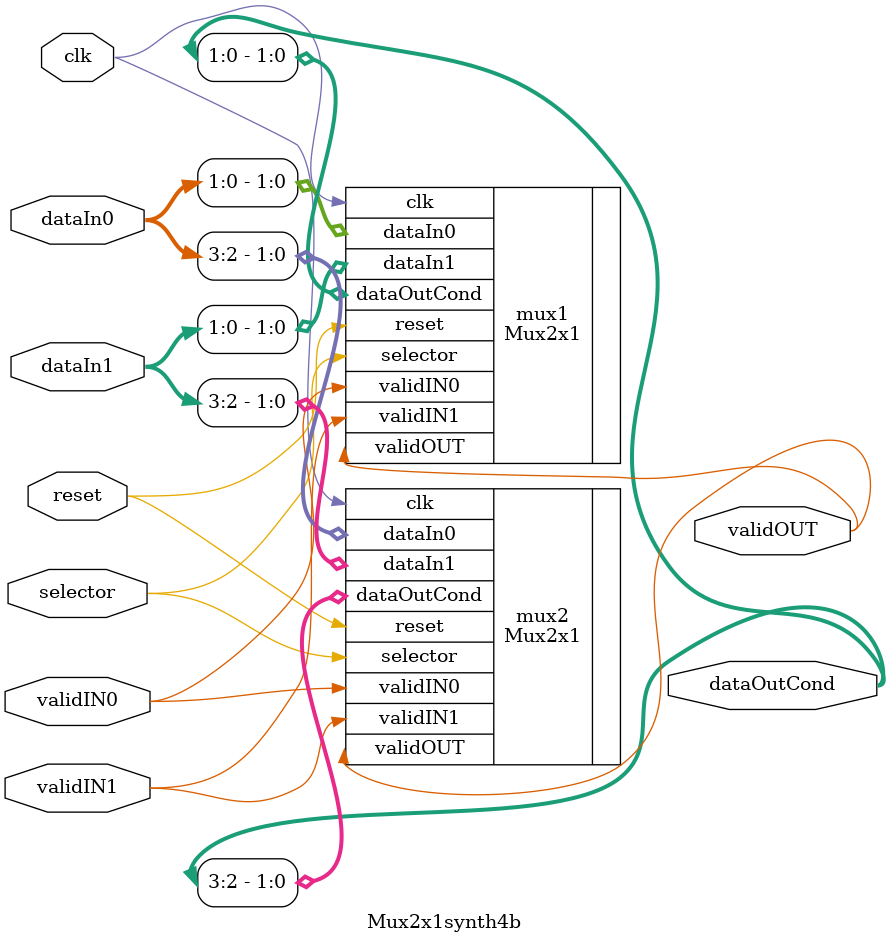
<source format=v>
/* Generated by Yosys 0.9 (git sha1 1979e0b) */

(* src = "Mux2x1.v:1" *)
module Mux2x1_synth(dataOutCond, validOUT, dataIn0, dataIn1, selector, clk, reset, validIN0, validIN1);
  (* src = "Mux2x1.v:28" *)
  wire [1:0] _00_;
  (* src = "Mux2x1.v:28" *)
  wire _01_;
  (* src = "Mux2x1.v:28" *)
  wire _02_;
  (* src = "Mux2x1.v:28" *)
  wire _03_;
  (* src = "Mux2x1.v:28" *)
  wire _04_;
  (* src = "Mux2x1.v:4" *)
  wire _05_;
  (* src = "Mux2x1.v:4" *)
  wire _06_;
  (* src = "Mux2x1.v:5" *)
  wire _07_;
  (* src = "Mux2x1.v:5" *)
  wire _08_;
  (* src = "Mux2x1.v:2" *)
  wire _09_;
  (* src = "Mux2x1.v:2" *)
  wire _10_;
  wire _11_;
  wire _12_;
  wire _13_;
  wire _14_;
  wire _15_;
  wire _16_;
  wire _17_;
  wire _18_;
  wire _19_;
  wire _20_;
  wire _21_;
  wire _22_;
  wire _23_;
  wire _24_;
  wire _25_;
  wire _26_;
  wire _27_;
  wire _28_;
  wire _29_;
  wire _30_;
  wire _31_;
  wire _32_;
  wire _33_;
  (* src = "Mux2x1.v:8" *)
  wire _34_;
  (* src = "Mux2x1.v:6" *)
  wire _35_;
  (* src = "Mux2x1.v:9" *)
  wire _36_;
  (* src = "Mux2x1.v:10" *)
  wire _37_;
  (* src = "Mux2x1.v:3" *)
  wire _38_;
  wire [1:0] _39_;
  (* src = "Mux2x1.v:7" *)
  input clk;
  (* src = "Mux2x1.v:4" *)
  input [1:0] dataIn0;
  (* src = "Mux2x1.v:5" *)
  input [1:0] dataIn1;
  (* src = "Mux2x1.v:2" *)
  output [1:0] dataOutCond;
  (* src = "Mux2x1.v:12" *)
  wire [1:0] out;
  (* src = "Mux2x1.v:8" *)
  input reset;
  (* src = "Mux2x1.v:6" *)
  input selector;
  (* src = "Mux2x1.v:9" *)
  input validIN0;
  (* src = "Mux2x1.v:10" *)
  input validIN1;
  (* src = "Mux2x1.v:3" *)
  output validOUT;
  (* src = "Mux2x1.v:13" *)
  wire validOutMux;
  NOT _40_ (
    .A(_09_),
    .Y(_11_)
  );
  NOT _41_ (
    .A(_10_),
    .Y(_12_)
  );
  NOT _42_ (
    .A(_36_),
    .Y(_13_)
  );
  NOT _43_ (
    .A(_35_),
    .Y(_14_)
  );
  NAND _44_ (
    .A(_37_),
    .B(_35_),
    .Y(_15_)
  );
  NOT _45_ (
    .A(_15_),
    .Y(_16_)
  );
  NOR _46_ (
    .A(_13_),
    .B(_35_),
    .Y(_17_)
  );
  NOR _47_ (
    .A(_16_),
    .B(_17_),
    .Y(_18_)
  );
  NAND _48_ (
    .A(_14_),
    .B(_05_),
    .Y(_19_)
  );
  NAND _49_ (
    .A(_35_),
    .B(_07_),
    .Y(_20_)
  );
  NAND _50_ (
    .A(_19_),
    .B(_20_),
    .Y(_21_)
  );
  NOR _51_ (
    .A(_18_),
    .B(_21_),
    .Y(_22_)
  );
  NAND _52_ (
    .A(_11_),
    .B(_18_),
    .Y(_23_)
  );
  NAND _53_ (
    .A(_34_),
    .B(_23_),
    .Y(_24_)
  );
  NOR _54_ (
    .A(_22_),
    .B(_24_),
    .Y(_02_)
  );
  NAND _55_ (
    .A(_14_),
    .B(_06_),
    .Y(_25_)
  );
  NAND _56_ (
    .A(_35_),
    .B(_08_),
    .Y(_26_)
  );
  NAND _57_ (
    .A(_25_),
    .B(_26_),
    .Y(_27_)
  );
  NOR _58_ (
    .A(_18_),
    .B(_27_),
    .Y(_28_)
  );
  NAND _59_ (
    .A(_12_),
    .B(_18_),
    .Y(_29_)
  );
  NAND _60_ (
    .A(_34_),
    .B(_29_),
    .Y(_30_)
  );
  NOR _61_ (
    .A(_28_),
    .B(_30_),
    .Y(_03_)
  );
  NOR _62_ (
    .A(_34_),
    .B(_38_),
    .Y(_31_)
  );
  NAND _63_ (
    .A(_34_),
    .B(_18_),
    .Y(_32_)
  );
  NOT _64_ (
    .A(_32_),
    .Y(_33_)
  );
  NOR _65_ (
    .A(_31_),
    .B(_33_),
    .Y(_04_)
  );
  (* src = "Mux2x1.v:28" *)
  DFF _66_ (
    .C(clk),
    .D(_00_[0]),
    .Q(dataOutCond[0])
  );
  (* src = "Mux2x1.v:28" *)
  DFF _67_ (
    .C(clk),
    .D(_00_[1]),
    .Q(dataOutCond[1])
  );
  (* src = "Mux2x1.v:28" *)
  DFF _68_ (
    .C(clk),
    .D(_01_),
    .Q(validOUT)
  );
  assign _09_ = dataOutCond[0];
  assign _10_ = dataOutCond[1];
  assign _34_ = reset;
  assign _00_[0] = _02_;
  assign _00_[1] = _03_;
  assign _36_ = validIN0;
  assign _37_ = validIN1;
  assign _35_ = selector;
  assign _05_ = dataIn0[0];
  assign _07_ = dataIn1[0];
  assign _06_ = dataIn0[1];
  assign _08_ = dataIn1[1];
  assign _38_ = validOUT;
  assign _01_ = _04_;
endmodule

(* top =  1  *)
(* src = "Mux2x1_4b.v:3" *)
module Mux2x1synth4b(dataOutCond, validOUT, dataIn0, dataIn1, selector, clk, reset, validIN0, validIN1);
  (* src = "Mux2x1_4b.v:9" *)
  input clk;
  (* src = "Mux2x1_4b.v:6" *)
  input [3:0] dataIn0;
  (* src = "Mux2x1_4b.v:7" *)
  input [3:0] dataIn1;
  (* src = "Mux2x1_4b.v:4" *)
  output [3:0] dataOutCond;
  (* src = "Mux2x1_4b.v:10" *)
  input reset;
  (* src = "Mux2x1_4b.v:8" *)
  input selector;
  (* src = "Mux2x1_4b.v:11" *)
  input validIN0;
  (* src = "Mux2x1_4b.v:12" *)
  input validIN1;
  (* src = "Mux2x1_4b.v:5" *)
  output validOUT;
  (* module_not_derived = 32'd1 *)
  (* src = "Mux2x1_4b.v:14" *)
  Mux2x1 mux1 (
    .clk(clk),
    .dataIn0(dataIn0[1:0]),
    .dataIn1(dataIn1[1:0]),
    .dataOutCond(dataOutCond[1:0]),
    .reset(reset),
    .selector(selector),
    .validIN0(validIN0),
    .validIN1(validIN1),
    .validOUT(validOUT)
  );
  (* module_not_derived = 32'd1 *)
  (* src = "Mux2x1_4b.v:26" *)
  Mux2x1 mux2 (
    .clk(clk),
    .dataIn0(dataIn0[3:2]),
    .dataIn1(dataIn1[3:2]),
    .dataOutCond(dataOutCond[3:2]),
    .reset(reset),
    .selector(selector),
    .validIN0(validIN0),
    .validIN1(validIN1),
    .validOUT(validOUT)
  );
endmodule

</source>
